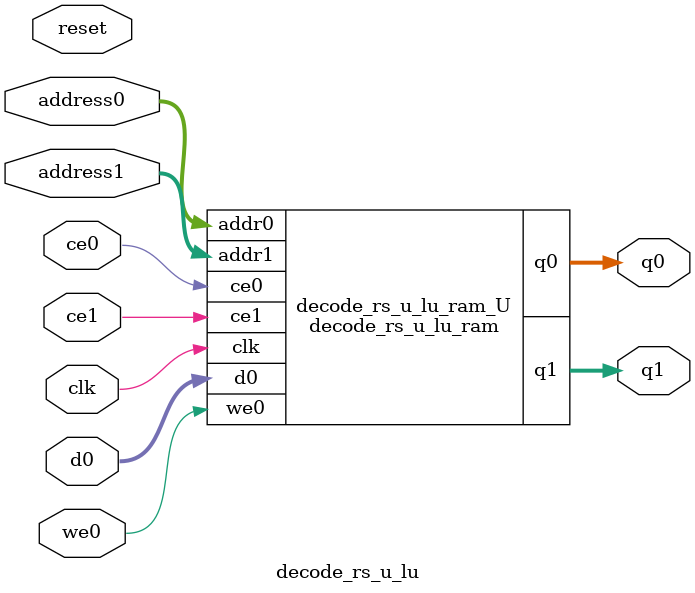
<source format=v>
`timescale 1 ns / 1 ps
module decode_rs_u_lu_ram (addr0, ce0, d0, we0, q0, addr1, ce1, q1,  clk);

parameter DWIDTH = 32;
parameter AWIDTH = 5;
parameter MEM_SIZE = 22;

input[AWIDTH-1:0] addr0;
input ce0;
input[DWIDTH-1:0] d0;
input we0;
output reg[DWIDTH-1:0] q0;
input[AWIDTH-1:0] addr1;
input ce1;
output reg[DWIDTH-1:0] q1;
input clk;

reg [DWIDTH-1:0] ram0[0:MEM_SIZE-1];



always @(posedge clk)  
begin 
    if (ce0) begin
        if (we0) 
            ram0[addr0] <= d0; 
        q0 <= ram0[addr0];
    end
end


always @(posedge clk)  
begin 
    if (ce1) begin
        q1 <= ram0[addr1];
    end
end


endmodule

`timescale 1 ns / 1 ps
module decode_rs_u_lu(
    reset,
    clk,
    address0,
    ce0,
    we0,
    d0,
    q0,
    address1,
    ce1,
    q1);

parameter DataWidth = 32'd32;
parameter AddressRange = 32'd22;
parameter AddressWidth = 32'd5;
input reset;
input clk;
input[AddressWidth - 1:0] address0;
input ce0;
input we0;
input[DataWidth - 1:0] d0;
output[DataWidth - 1:0] q0;
input[AddressWidth - 1:0] address1;
input ce1;
output[DataWidth - 1:0] q1;



decode_rs_u_lu_ram decode_rs_u_lu_ram_U(
    .clk( clk ),
    .addr0( address0 ),
    .ce0( ce0 ),
    .we0( we0 ),
    .d0( d0 ),
    .q0( q0 ),
    .addr1( address1 ),
    .ce1( ce1 ),
    .q1( q1 ));

endmodule


</source>
